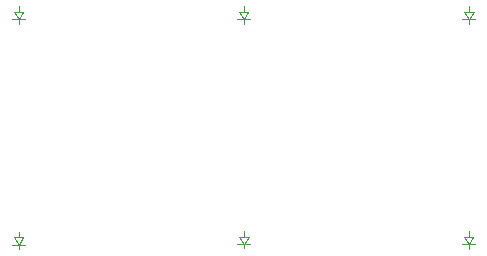
<source format=gbr>
%TF.GenerationSoftware,KiCad,Pcbnew,8.0.6*%
%TF.CreationDate,2024-10-21T20:43:56-04:00*%
%TF.ProjectId,retry,72657472-792e-46b6-9963-61645f706362,rev?*%
%TF.SameCoordinates,Original*%
%TF.FileFunction,Legend,Bot*%
%TF.FilePolarity,Positive*%
%FSLAX46Y46*%
G04 Gerber Fmt 4.6, Leading zero omitted, Abs format (unit mm)*
G04 Created by KiCad (PCBNEW 8.0.6) date 2024-10-21 20:43:56*
%MOMM*%
%LPD*%
G01*
G04 APERTURE LIST*
%ADD10C,0.100000*%
G04 APERTURE END LIST*
D10*
%TO.C,D6*%
X104225000Y-56245000D02*
X105325000Y-56245000D01*
X104375000Y-55645000D02*
X105175000Y-55645000D01*
X104775000Y-55145000D02*
X104775000Y-55645000D01*
X104775000Y-56245000D02*
X104375000Y-55645000D01*
X104775000Y-56245000D02*
X104775000Y-56645000D01*
X105175000Y-55645000D02*
X104775000Y-56245000D01*
%TO.C,D2*%
X85175000Y-37215000D02*
X86275000Y-37215000D01*
X85325000Y-36615000D02*
X86125000Y-36615000D01*
X85725000Y-36115000D02*
X85725000Y-36615000D01*
X85725000Y-37215000D02*
X85325000Y-36615000D01*
X85725000Y-37215000D02*
X85725000Y-37615000D01*
X86125000Y-36615000D02*
X85725000Y-37215000D01*
%TO.C,D1*%
X66125000Y-37185000D02*
X67225000Y-37185000D01*
X66275000Y-36585000D02*
X67075000Y-36585000D01*
X66675000Y-36085000D02*
X66675000Y-36585000D01*
X66675000Y-37185000D02*
X66275000Y-36585000D01*
X66675000Y-37185000D02*
X66675000Y-37585000D01*
X67075000Y-36585000D02*
X66675000Y-37185000D01*
%TO.C,D4*%
X66125000Y-56275000D02*
X67225000Y-56275000D01*
X66275000Y-55675000D02*
X67075000Y-55675000D01*
X66675000Y-55175000D02*
X66675000Y-55675000D01*
X66675000Y-56275000D02*
X66275000Y-55675000D01*
X66675000Y-56275000D02*
X66675000Y-56675000D01*
X67075000Y-55675000D02*
X66675000Y-56275000D01*
%TO.C,D3*%
X104235000Y-37195000D02*
X105335000Y-37195000D01*
X104385000Y-36595000D02*
X105185000Y-36595000D01*
X104785000Y-36095000D02*
X104785000Y-36595000D01*
X104785000Y-37195000D02*
X104385000Y-36595000D01*
X104785000Y-37195000D02*
X104785000Y-37595000D01*
X105185000Y-36595000D02*
X104785000Y-37195000D01*
%TO.C,D5*%
X85185000Y-56205000D02*
X86285000Y-56205000D01*
X85335000Y-55605000D02*
X86135000Y-55605000D01*
X85735000Y-55105000D02*
X85735000Y-55605000D01*
X85735000Y-56205000D02*
X85335000Y-55605000D01*
X85735000Y-56205000D02*
X85735000Y-56605000D01*
X86135000Y-55605000D02*
X85735000Y-56205000D01*
%TD*%
M02*

</source>
